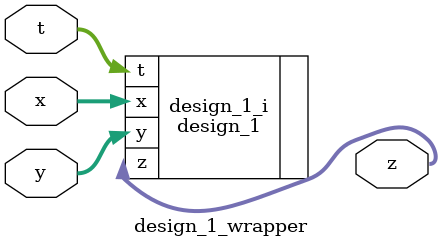
<source format=v>
`timescale 1 ps / 1 ps

module design_1_wrapper
   (t,
    x,
    y,
    z);
  input [31:0]t;
  input [31:0]x;
  input [31:0]y;
  output [31:0]z;

  wire [31:0]t;
  wire [31:0]x;
  wire [31:0]y;
  wire [31:0]z;

  design_1 design_1_i
       (.t(t),
        .x(x),
        .y(y),
        .z(z));
endmodule

</source>
